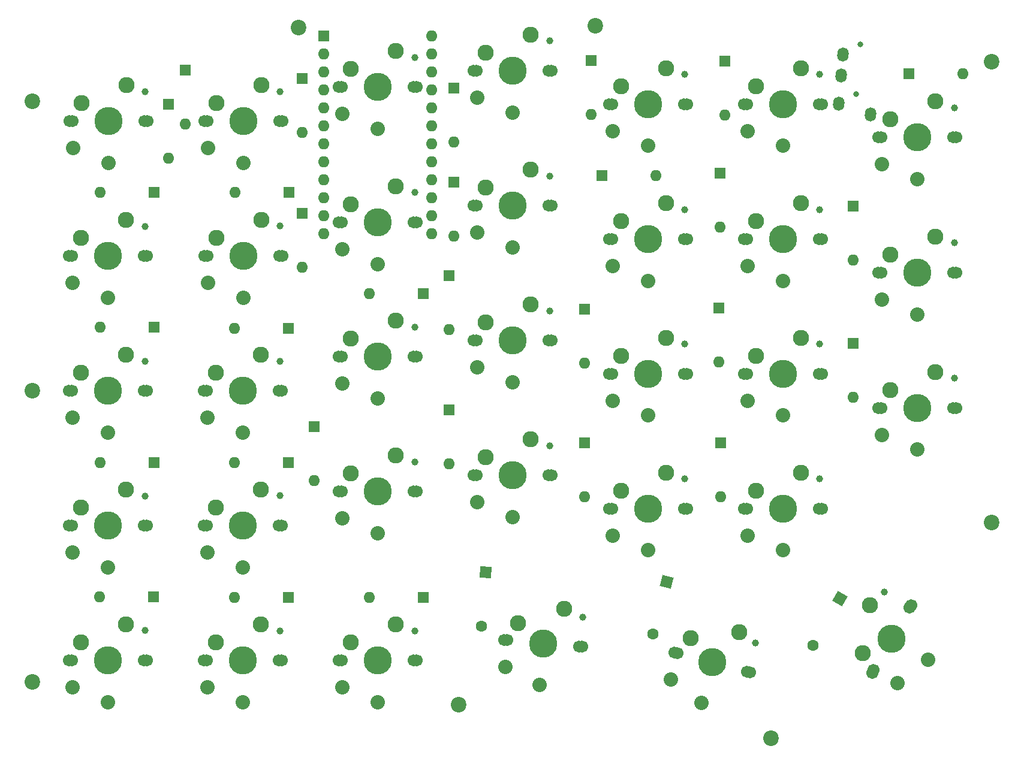
<source format=gbr>
%TF.GenerationSoftware,KiCad,Pcbnew,(6.0.1-0)*%
%TF.CreationDate,2022-09-28T20:42:43+02:00*%
%TF.ProjectId,Takmak-left,54616b6d-616b-42d6-9c65-66742e6b6963,rev?*%
%TF.SameCoordinates,Original*%
%TF.FileFunction,Soldermask,Bot*%
%TF.FilePolarity,Negative*%
%FSLAX46Y46*%
G04 Gerber Fmt 4.6, Leading zero omitted, Abs format (unit mm)*
G04 Created by KiCad (PCBNEW (6.0.1-0)) date 2022-09-28 20:42:43*
%MOMM*%
%LPD*%
G01*
G04 APERTURE LIST*
G04 Aperture macros list*
%AMHorizOval*
0 Thick line with rounded ends*
0 $1 width*
0 $2 $3 position (X,Y) of the first rounded end (center of the circle)*
0 $4 $5 position (X,Y) of the second rounded end (center of the circle)*
0 Add line between two ends*
20,1,$1,$2,$3,$4,$5,0*
0 Add two circle primitives to create the rounded ends*
1,1,$1,$2,$3*
1,1,$1,$4,$5*%
%AMRotRect*
0 Rectangle, with rotation*
0 The origin of the aperture is its center*
0 $1 length*
0 $2 width*
0 $3 Rotation angle, in degrees counterclockwise*
0 Add horizontal line*
21,1,$1,$2,0,0,$3*%
G04 Aperture macros list end*
%ADD10C,1.701800*%
%ADD11C,3.987800*%
%ADD12C,0.990600*%
%ADD13C,2.032000*%
%ADD14C,2.286000*%
%ADD15C,2.200000*%
%ADD16R,1.600000X1.600000*%
%ADD17O,1.600000X1.600000*%
%ADD18RotRect,1.600000X1.600000X265.000000*%
%ADD19HorizOval,1.600000X0.000000X0.000000X0.000000X0.000000X0*%
%ADD20C,0.800000*%
%ADD21HorizOval,1.600000X0.017431X0.199239X-0.017431X-0.199239X0*%
%ADD22RotRect,1.600000X1.600000X240.000000*%
%ADD23HorizOval,1.600000X0.000000X0.000000X0.000000X0.000000X0*%
%ADD24RotRect,1.600000X1.600000X255.000000*%
%ADD25HorizOval,1.600000X0.000000X0.000000X0.000000X0.000000X0*%
G04 APERTURE END LIST*
D10*
%TO.C,SW20*%
X123532000Y-72186800D03*
X134532000Y-72186800D03*
X123952000Y-72186800D03*
X134112000Y-72186800D03*
D11*
X129032000Y-72186800D03*
D12*
X134252000Y-67986800D03*
D13*
X129032000Y-78086800D03*
D14*
X131572000Y-67106800D03*
D13*
X124032000Y-75986800D03*
D14*
X125222000Y-69646800D03*
%TD*%
D11*
%TO.C,SW6*%
X186232800Y-74574400D03*
D10*
X181152800Y-74574400D03*
X180732800Y-74574400D03*
D12*
X191452800Y-70374400D03*
D10*
X191312800Y-74574400D03*
X191732800Y-74574400D03*
D14*
X188772800Y-69494400D03*
D13*
X186232800Y-80474400D03*
D14*
X182422800Y-72034400D03*
D13*
X181232800Y-78374400D03*
%TD*%
D11*
%TO.C,SW28*%
X109982000Y-134112000D03*
D10*
X104482000Y-134112000D03*
D12*
X115202000Y-129912000D03*
D10*
X104902000Y-134112000D03*
X115062000Y-134112000D03*
X115482000Y-134112000D03*
D13*
X109982000Y-140012000D03*
D14*
X112522000Y-129032000D03*
D13*
X104982000Y-137912000D03*
D14*
X106172000Y-131572000D03*
%TD*%
D11*
%TO.C,SW9*%
X167182800Y-55473600D03*
D10*
X172262800Y-55473600D03*
X172682800Y-55473600D03*
X162102800Y-55473600D03*
X161682800Y-55473600D03*
D12*
X172402800Y-51273600D03*
D13*
X167182800Y-61373600D03*
D14*
X169722800Y-50393600D03*
D13*
X162182800Y-59273600D03*
D14*
X163372800Y-52933600D03*
%TD*%
D15*
%TO.C,U4*%
X80250000Y-95970000D03*
%TD*%
D10*
%TO.C,SW25*%
X115112800Y-76911200D03*
D11*
X110032800Y-76911200D03*
D10*
X115532800Y-76911200D03*
X104952800Y-76911200D03*
D12*
X115252800Y-72711200D03*
D10*
X104532800Y-76911200D03*
D14*
X112572800Y-71831200D03*
D13*
X110032800Y-82811200D03*
D14*
X106222800Y-74371200D03*
D13*
X105032800Y-80711200D03*
%TD*%
D10*
%TO.C,SW16*%
X142582000Y-88900000D03*
X143002000Y-88900000D03*
X153162000Y-88900000D03*
X153582000Y-88900000D03*
D12*
X153302000Y-84700000D03*
D11*
X148082000Y-88900000D03*
D13*
X148082000Y-94800000D03*
D14*
X150622000Y-83820000D03*
X144272000Y-86360000D03*
D13*
X143082000Y-92700000D03*
%TD*%
D12*
%TO.C,SW12*%
X172402800Y-108423600D03*
D10*
X161682800Y-112623600D03*
X162102800Y-112623600D03*
D11*
X167182800Y-112623600D03*
D10*
X172262800Y-112623600D03*
X172682800Y-112623600D03*
D13*
X167182800Y-118523600D03*
D14*
X169722800Y-107543600D03*
D13*
X162182800Y-116423600D03*
D14*
X163372800Y-110083600D03*
%TD*%
D12*
%TO.C,SW13*%
X182405173Y-131660147D03*
D10*
X181588592Y-135789505D03*
X171369097Y-133051199D03*
D11*
X176276000Y-134366000D03*
D10*
X170963408Y-132942495D03*
X181182903Y-135680801D03*
D13*
X174748968Y-140064962D03*
D14*
X180044252Y-130116497D03*
X173253223Y-130926448D03*
D13*
X170462858Y-136742423D03*
%TD*%
D10*
%TO.C,SW3*%
X210732000Y-98399600D03*
D12*
X210452000Y-94199600D03*
D11*
X205232000Y-98399600D03*
D10*
X210312000Y-98399600D03*
X200152000Y-98399600D03*
X199732000Y-98399600D03*
D14*
X207772000Y-93319600D03*
D13*
X205232000Y-104299600D03*
D14*
X201422000Y-95859600D03*
D13*
X200232000Y-102199600D03*
%TD*%
D10*
%TO.C,SW23*%
X134532000Y-134112000D03*
D11*
X129032000Y-134112000D03*
D10*
X134112000Y-134112000D03*
D12*
X134252000Y-129912000D03*
D10*
X123532000Y-134112000D03*
X123952000Y-134112000D03*
D14*
X131572000Y-129032000D03*
D13*
X129032000Y-140012000D03*
D14*
X125222000Y-131572000D03*
D13*
X124032000Y-137912000D03*
%TD*%
D12*
%TO.C,SW32*%
X96152000Y-110862000D03*
D10*
X96012000Y-115062000D03*
D11*
X90932000Y-115062000D03*
D10*
X85852000Y-115062000D03*
X85432000Y-115062000D03*
X96432000Y-115062000D03*
D13*
X90932000Y-120962000D03*
D14*
X93472000Y-109982000D03*
D13*
X85932000Y-118862000D03*
D14*
X87122000Y-112522000D03*
%TD*%
D11*
%TO.C,SW11*%
X167182800Y-93573600D03*
D10*
X172262800Y-93573600D03*
X162102800Y-93573600D03*
X172682800Y-93573600D03*
D12*
X172402800Y-89373600D03*
D10*
X161682800Y-93573600D03*
D14*
X169722800Y-88493600D03*
D13*
X167182800Y-99473600D03*
X162182800Y-97373600D03*
D14*
X163372800Y-91033600D03*
%TD*%
D15*
%TO.C,U4*%
X140450000Y-140320000D03*
%TD*%
D10*
%TO.C,SW2*%
X199732000Y-79298800D03*
X210312000Y-79298800D03*
D12*
X210452000Y-75098800D03*
D11*
X205232000Y-79298800D03*
D10*
X200152000Y-79298800D03*
X210732000Y-79298800D03*
D13*
X205232000Y-85198800D03*
D14*
X207772000Y-74218800D03*
X201422000Y-76758800D03*
D13*
X200232000Y-83098800D03*
%TD*%
D15*
%TO.C,U4*%
X80230000Y-55080000D03*
%TD*%
D10*
%TO.C,SW7*%
X191732800Y-93573600D03*
X180732800Y-93573600D03*
D11*
X186232800Y-93573600D03*
D10*
X181152800Y-93573600D03*
D12*
X191452800Y-89373600D03*
D10*
X191312800Y-93573600D03*
D14*
X188772800Y-88493600D03*
D13*
X186232800Y-99473600D03*
X181232800Y-97373600D03*
D14*
X182422800Y-91033600D03*
%TD*%
D10*
%TO.C,SW27*%
X115482000Y-115011200D03*
X104482000Y-115011200D03*
D11*
X109982000Y-115011200D03*
D10*
X115062000Y-115011200D03*
X104902000Y-115011200D03*
D12*
X115202000Y-110811200D03*
D13*
X109982000Y-120911200D03*
D14*
X112522000Y-109931200D03*
X106172000Y-112471200D03*
D13*
X104982000Y-118811200D03*
%TD*%
D10*
%TO.C,SW31*%
X85852000Y-96012000D03*
D12*
X96152000Y-91812000D03*
D10*
X96432000Y-96012000D03*
X85432000Y-96012000D03*
D11*
X90932000Y-96012000D03*
D10*
X96012000Y-96012000D03*
D14*
X93472000Y-90932000D03*
D13*
X90932000Y-101912000D03*
X85932000Y-99812000D03*
D14*
X87122000Y-93472000D03*
%TD*%
D10*
%TO.C,SW10*%
X172682800Y-74574400D03*
X172262800Y-74574400D03*
D11*
X167182800Y-74574400D03*
D12*
X172402800Y-70374400D03*
D10*
X161682800Y-74574400D03*
X162102800Y-74574400D03*
D13*
X167182800Y-80474400D03*
D14*
X169722800Y-69494400D03*
X163372800Y-72034400D03*
D13*
X162182800Y-78374400D03*
%TD*%
D16*
%TO.C,U1*%
X121412000Y-45847000D03*
D17*
X121412000Y-48387000D03*
X121412000Y-50927000D03*
X121412000Y-53467000D03*
X121412000Y-56007000D03*
X121412000Y-58547000D03*
X121412000Y-61087000D03*
X121412000Y-63627000D03*
X121412000Y-66167000D03*
X121412000Y-68707000D03*
X121412000Y-71247000D03*
X121412000Y-73787000D03*
X136652000Y-73787000D03*
X136652000Y-71247000D03*
X136652000Y-68707000D03*
X136652000Y-66167000D03*
X136652000Y-63627000D03*
X136652000Y-61087000D03*
X136652000Y-58547000D03*
X136652000Y-56007000D03*
X136652000Y-53467000D03*
X136652000Y-50927000D03*
X136652000Y-48387000D03*
X136652000Y-45847000D03*
%TD*%
D10*
%TO.C,SW8*%
X191312800Y-112623600D03*
D11*
X186232800Y-112623600D03*
D12*
X191452800Y-108423600D03*
D10*
X180732800Y-112623600D03*
X181152800Y-112623600D03*
X191732800Y-112623600D03*
D13*
X186232800Y-118523600D03*
D14*
X188772800Y-107543600D03*
D13*
X181232800Y-116423600D03*
D14*
X182422800Y-110083600D03*
%TD*%
D11*
%TO.C,SW19*%
X129032000Y-53086000D03*
D12*
X134252000Y-48886000D03*
D10*
X134532000Y-53086000D03*
X123532000Y-53086000D03*
X134112000Y-53086000D03*
X123952000Y-53086000D03*
D13*
X129032000Y-58986000D03*
D14*
X131572000Y-48006000D03*
X125222000Y-50546000D03*
D13*
X124032000Y-56886000D03*
%TD*%
D10*
%TO.C,SW4*%
X204375200Y-126300860D03*
D12*
X200597893Y-124443347D03*
D10*
X199085200Y-135463409D03*
X204165200Y-126664591D03*
D11*
X201625200Y-131064000D03*
D10*
X198875200Y-135827140D03*
D14*
X198495791Y-126324295D03*
D13*
X206734750Y-134014000D03*
X202416097Y-137294127D03*
D14*
X197520495Y-133093557D03*
%TD*%
D12*
%TO.C,SW21*%
X134252000Y-86986000D03*
D10*
X123532000Y-91186000D03*
X123952000Y-91186000D03*
D11*
X129032000Y-91186000D03*
D10*
X134112000Y-91186000D03*
X134532000Y-91186000D03*
D13*
X129032000Y-97086000D03*
D14*
X131572000Y-86106000D03*
X125222000Y-88646000D03*
D13*
X124032000Y-94986000D03*
%TD*%
D15*
%TO.C,U4*%
X117870000Y-44640000D03*
%TD*%
%TO.C,U4*%
X184560000Y-145050000D03*
%TD*%
D11*
%TO.C,SW15*%
X148082000Y-69850000D03*
D12*
X153302000Y-65650000D03*
D10*
X142582000Y-69850000D03*
X153162000Y-69850000D03*
X153582000Y-69850000D03*
X143002000Y-69850000D03*
D13*
X148082000Y-75750000D03*
D14*
X150622000Y-64770000D03*
D13*
X143082000Y-73650000D03*
D14*
X144272000Y-67310000D03*
%TD*%
D15*
%TO.C,U4*%
X215740000Y-114600000D03*
%TD*%
D12*
%TO.C,SW1*%
X210452000Y-55998000D03*
D10*
X200152000Y-60198000D03*
X210312000Y-60198000D03*
X199732000Y-60198000D03*
D11*
X205232000Y-60198000D03*
D10*
X210732000Y-60198000D03*
D13*
X205232000Y-66098000D03*
D14*
X207772000Y-55118000D03*
X201422000Y-57658000D03*
D13*
X200232000Y-63998000D03*
%TD*%
D15*
%TO.C,U4*%
X215740000Y-49510000D03*
%TD*%
%TO.C,U4*%
X80230000Y-137120000D03*
%TD*%
D10*
%TO.C,SW22*%
X134112000Y-110236000D03*
X123532000Y-110236000D03*
X123952000Y-110236000D03*
X134532000Y-110236000D03*
D12*
X134252000Y-106036000D03*
D11*
X129032000Y-110236000D03*
D14*
X131572000Y-105156000D03*
D13*
X129032000Y-116136000D03*
X124032000Y-114036000D03*
D14*
X125222000Y-107696000D03*
%TD*%
D15*
%TO.C,U4*%
X159750000Y-44400000D03*
%TD*%
D12*
%TO.C,SW17*%
X153302000Y-103750000D03*
D10*
X143002000Y-107950000D03*
X153582000Y-107950000D03*
X153162000Y-107950000D03*
X142582000Y-107950000D03*
D11*
X148082000Y-107950000D03*
D13*
X148082000Y-113850000D03*
D14*
X150622000Y-102870000D03*
D13*
X143082000Y-111750000D03*
D14*
X144272000Y-105410000D03*
%TD*%
D10*
%TO.C,SW29*%
X96062800Y-57912000D03*
D11*
X90982800Y-57912000D03*
D10*
X85482800Y-57912000D03*
X96482800Y-57912000D03*
D12*
X96202800Y-53712000D03*
D10*
X85902800Y-57912000D03*
D14*
X93522800Y-52832000D03*
D13*
X90982800Y-63812000D03*
D14*
X87172800Y-55372000D03*
D13*
X85982800Y-61712000D03*
%TD*%
D11*
%TO.C,SW30*%
X90932000Y-76962000D03*
D10*
X85432000Y-76962000D03*
D12*
X96152000Y-72762000D03*
D10*
X85852000Y-76962000D03*
X96432000Y-76962000D03*
X96012000Y-76962000D03*
D14*
X93472000Y-71882000D03*
D13*
X90932000Y-82862000D03*
D14*
X87122000Y-74422000D03*
D13*
X85932000Y-80762000D03*
%TD*%
D11*
%TO.C,SW26*%
X109982000Y-96012000D03*
D10*
X115482000Y-96012000D03*
X104902000Y-96012000D03*
X104482000Y-96012000D03*
D12*
X115202000Y-91812000D03*
D10*
X115062000Y-96012000D03*
D14*
X112522000Y-90932000D03*
D13*
X109982000Y-101912000D03*
D14*
X106172000Y-93472000D03*
D13*
X104982000Y-99812000D03*
%TD*%
D10*
%TO.C,SW24*%
X115532800Y-57912000D03*
X115112800Y-57912000D03*
X104532800Y-57912000D03*
D11*
X110032800Y-57912000D03*
D10*
X104952800Y-57912000D03*
D12*
X115252800Y-53712000D03*
D14*
X112572800Y-52832000D03*
D13*
X110032800Y-63812000D03*
X105032800Y-61712000D03*
D14*
X106222800Y-55372000D03*
%TD*%
D12*
%TO.C,SW18*%
X157966190Y-127944535D03*
D10*
X157460669Y-132116351D03*
X147339331Y-131230849D03*
X157879071Y-132152957D03*
X146920929Y-131194243D03*
D11*
X152400000Y-131673600D03*
D14*
X155373086Y-126834307D03*
D13*
X151885781Y-137551149D03*
X147087835Y-135023361D03*
D14*
X148825874Y-128811202D03*
%TD*%
D10*
%TO.C,SW5*%
X180732800Y-55473600D03*
D12*
X191452800Y-51273600D03*
D10*
X191732800Y-55473600D03*
X181152800Y-55473600D03*
X191312800Y-55473600D03*
D11*
X186232800Y-55473600D03*
D13*
X186232800Y-61373600D03*
D14*
X188772800Y-50393600D03*
D13*
X181232800Y-59273600D03*
D14*
X182422800Y-52933600D03*
%TD*%
D11*
%TO.C,SW14*%
X148082000Y-50749200D03*
D10*
X143002000Y-50749200D03*
X153582000Y-50749200D03*
X142582000Y-50749200D03*
D12*
X153302000Y-46549200D03*
D10*
X153162000Y-50749200D03*
D13*
X148082000Y-56649200D03*
D14*
X150622000Y-45669200D03*
X144272000Y-48209200D03*
D13*
X143082000Y-54549200D03*
%TD*%
D12*
%TO.C,SW33*%
X96152000Y-129861200D03*
D10*
X85852000Y-134061200D03*
X96012000Y-134061200D03*
X85432000Y-134061200D03*
D11*
X90932000Y-134061200D03*
D10*
X96432000Y-134061200D03*
D14*
X93472000Y-128981200D03*
D13*
X90932000Y-139961200D03*
D14*
X87122000Y-131521200D03*
D13*
X85932000Y-137861200D03*
%TD*%
D18*
%TO.C,D18*%
X144299264Y-121629698D03*
D19*
X143635137Y-129220702D03*
%TD*%
D16*
%TO.C,D22*%
X120091200Y-101041200D03*
D17*
X120091200Y-108661200D03*
%TD*%
D16*
%TO.C,D23*%
X135483600Y-125171200D03*
D17*
X127863600Y-125171200D03*
%TD*%
D16*
%TO.C,D27*%
X116433600Y-106121200D03*
D17*
X108813600Y-106121200D03*
%TD*%
D16*
%TO.C,D6*%
X177342800Y-65227200D03*
D17*
X177342800Y-72847200D03*
%TD*%
D16*
%TO.C,D7*%
X177241200Y-84328000D03*
D17*
X177241200Y-91948000D03*
%TD*%
D20*
%TO.C,J1*%
X196576953Y-54040638D03*
X197187043Y-47067276D03*
D21*
X194494879Y-51449313D03*
X194756346Y-48460729D03*
X198632880Y-56930822D03*
X194146256Y-55434092D03*
%TD*%
D16*
%TO.C,D19*%
X118338600Y-51866800D03*
D17*
X118338600Y-59486800D03*
%TD*%
D16*
%TO.C,D26*%
X116433600Y-87172800D03*
D17*
X108813600Y-87172800D03*
%TD*%
D16*
%TO.C,D3*%
X196189600Y-89255600D03*
D17*
X196189600Y-96875600D03*
%TD*%
D16*
%TO.C,D24*%
X101890000Y-50650000D03*
D17*
X101890000Y-58270000D03*
%TD*%
D16*
%TO.C,D5*%
X178028600Y-49428400D03*
D17*
X178028600Y-57048400D03*
%TD*%
D16*
%TO.C,D25*%
X116535200Y-67970400D03*
D17*
X108915200Y-67970400D03*
%TD*%
D16*
%TO.C,D2*%
X196189600Y-69900800D03*
D17*
X196189600Y-77520800D03*
%TD*%
D16*
%TO.C,D11*%
X158242000Y-84429600D03*
D17*
X158242000Y-92049600D03*
%TD*%
D16*
%TO.C,D31*%
X97485200Y-86969600D03*
D17*
X89865200Y-86969600D03*
%TD*%
D16*
%TO.C,D10*%
X160731200Y-65582800D03*
D17*
X168351200Y-65582800D03*
%TD*%
D22*
%TO.C,D4*%
X194284600Y-125376844D03*
D23*
X190474600Y-131975958D03*
%TD*%
D16*
%TO.C,D8*%
X177444400Y-103378000D03*
D17*
X177444400Y-110998000D03*
%TD*%
D16*
%TO.C,D12*%
X158242000Y-103378000D03*
D17*
X158242000Y-110998000D03*
%TD*%
D16*
%TO.C,D9*%
X159156400Y-49352200D03*
D17*
X159156400Y-56972200D03*
%TD*%
D16*
%TO.C,D29*%
X99450000Y-55510000D03*
D17*
X99450000Y-63130000D03*
%TD*%
D16*
%TO.C,D17*%
X139141200Y-98704400D03*
D17*
X139141200Y-106324400D03*
%TD*%
D24*
%TO.C,D13*%
X169845301Y-123015023D03*
D25*
X167873100Y-130375378D03*
%TD*%
D16*
%TO.C,D1*%
X204063600Y-51206400D03*
D17*
X211683600Y-51206400D03*
%TD*%
D16*
%TO.C,D21*%
X135483600Y-82296000D03*
D17*
X127863600Y-82296000D03*
%TD*%
D16*
%TO.C,D15*%
X139776200Y-66497200D03*
D17*
X139776200Y-74117200D03*
%TD*%
D16*
%TO.C,D33*%
X97383600Y-125069600D03*
D17*
X89763600Y-125069600D03*
%TD*%
D16*
%TO.C,D32*%
X97434400Y-106121200D03*
D17*
X89814400Y-106121200D03*
%TD*%
D16*
%TO.C,D20*%
X118389400Y-70891400D03*
D17*
X118389400Y-78511400D03*
%TD*%
D16*
%TO.C,D14*%
X139801600Y-53238400D03*
D17*
X139801600Y-60858400D03*
%TD*%
D16*
%TO.C,D16*%
X139141200Y-79756000D03*
D17*
X139141200Y-87376000D03*
%TD*%
D16*
%TO.C,D28*%
X116433600Y-125222000D03*
D17*
X108813600Y-125222000D03*
%TD*%
D16*
%TO.C,D30*%
X97485200Y-67970400D03*
D17*
X89865200Y-67970400D03*
%TD*%
M02*

</source>
